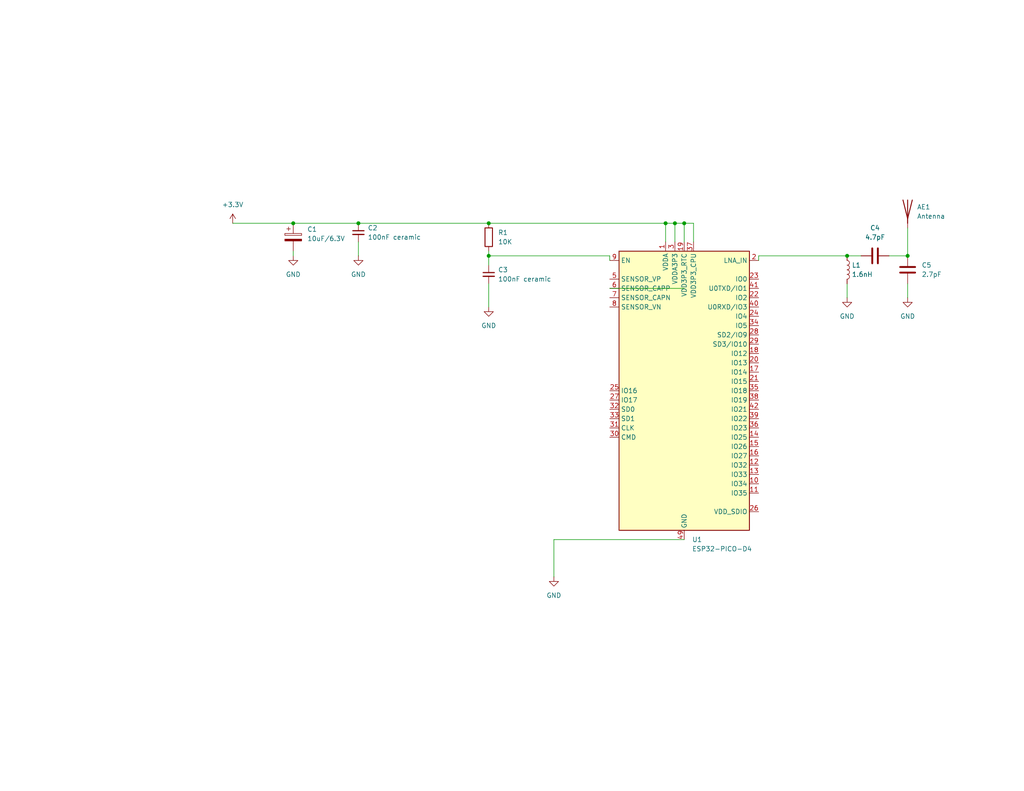
<source format=kicad_sch>
(kicad_sch
	(version 20250114)
	(generator "eeschema")
	(generator_version "9.0")
	(uuid "4c67bd0a-f292-4743-91f4-1873e9850ab9")
	(paper "A")
	(lib_symbols
		(symbol "Device:Antenna"
			(pin_numbers
				(hide yes)
			)
			(pin_names
				(offset 1.016)
				(hide yes)
			)
			(exclude_from_sim no)
			(in_bom yes)
			(on_board yes)
			(property "Reference" "AE"
				(at -1.905 1.905 0)
				(effects
					(font
						(size 1.27 1.27)
					)
					(justify right)
				)
			)
			(property "Value" "Antenna"
				(at -1.905 0 0)
				(effects
					(font
						(size 1.27 1.27)
					)
					(justify right)
				)
			)
			(property "Footprint" ""
				(at 0 0 0)
				(effects
					(font
						(size 1.27 1.27)
					)
					(hide yes)
				)
			)
			(property "Datasheet" "~"
				(at 0 0 0)
				(effects
					(font
						(size 1.27 1.27)
					)
					(hide yes)
				)
			)
			(property "Description" "Antenna"
				(at 0 0 0)
				(effects
					(font
						(size 1.27 1.27)
					)
					(hide yes)
				)
			)
			(property "ki_keywords" "antenna"
				(at 0 0 0)
				(effects
					(font
						(size 1.27 1.27)
					)
					(hide yes)
				)
			)
			(symbol "Antenna_0_1"
				(polyline
					(pts
						(xy 0 2.54) (xy 0 -3.81)
					)
					(stroke
						(width 0.254)
						(type default)
					)
					(fill
						(type none)
					)
				)
				(polyline
					(pts
						(xy 1.27 2.54) (xy 0 -2.54) (xy -1.27 2.54)
					)
					(stroke
						(width 0.254)
						(type default)
					)
					(fill
						(type none)
					)
				)
			)
			(symbol "Antenna_1_1"
				(pin input line
					(at 0 -5.08 90)
					(length 2.54)
					(name "A"
						(effects
							(font
								(size 1.27 1.27)
							)
						)
					)
					(number "1"
						(effects
							(font
								(size 1.27 1.27)
							)
						)
					)
				)
			)
			(embedded_fonts no)
		)
		(symbol "Device:C"
			(pin_numbers
				(hide yes)
			)
			(pin_names
				(offset 0.254)
			)
			(exclude_from_sim no)
			(in_bom yes)
			(on_board yes)
			(property "Reference" "C"
				(at 0.635 2.54 0)
				(effects
					(font
						(size 1.27 1.27)
					)
					(justify left)
				)
			)
			(property "Value" "C"
				(at 0.635 -2.54 0)
				(effects
					(font
						(size 1.27 1.27)
					)
					(justify left)
				)
			)
			(property "Footprint" ""
				(at 0.9652 -3.81 0)
				(effects
					(font
						(size 1.27 1.27)
					)
					(hide yes)
				)
			)
			(property "Datasheet" "~"
				(at 0 0 0)
				(effects
					(font
						(size 1.27 1.27)
					)
					(hide yes)
				)
			)
			(property "Description" "Unpolarized capacitor"
				(at 0 0 0)
				(effects
					(font
						(size 1.27 1.27)
					)
					(hide yes)
				)
			)
			(property "ki_keywords" "cap capacitor"
				(at 0 0 0)
				(effects
					(font
						(size 1.27 1.27)
					)
					(hide yes)
				)
			)
			(property "ki_fp_filters" "C_*"
				(at 0 0 0)
				(effects
					(font
						(size 1.27 1.27)
					)
					(hide yes)
				)
			)
			(symbol "C_0_1"
				(polyline
					(pts
						(xy -2.032 0.762) (xy 2.032 0.762)
					)
					(stroke
						(width 0.508)
						(type default)
					)
					(fill
						(type none)
					)
				)
				(polyline
					(pts
						(xy -2.032 -0.762) (xy 2.032 -0.762)
					)
					(stroke
						(width 0.508)
						(type default)
					)
					(fill
						(type none)
					)
				)
			)
			(symbol "C_1_1"
				(pin passive line
					(at 0 3.81 270)
					(length 2.794)
					(name "~"
						(effects
							(font
								(size 1.27 1.27)
							)
						)
					)
					(number "1"
						(effects
							(font
								(size 1.27 1.27)
							)
						)
					)
				)
				(pin passive line
					(at 0 -3.81 90)
					(length 2.794)
					(name "~"
						(effects
							(font
								(size 1.27 1.27)
							)
						)
					)
					(number "2"
						(effects
							(font
								(size 1.27 1.27)
							)
						)
					)
				)
			)
			(embedded_fonts no)
		)
		(symbol "Device:C_Polarized"
			(pin_numbers
				(hide yes)
			)
			(pin_names
				(offset 0.254)
			)
			(exclude_from_sim no)
			(in_bom yes)
			(on_board yes)
			(property "Reference" "C"
				(at 0.635 2.54 0)
				(effects
					(font
						(size 1.27 1.27)
					)
					(justify left)
				)
			)
			(property "Value" "C_Polarized"
				(at 0.635 -2.54 0)
				(effects
					(font
						(size 1.27 1.27)
					)
					(justify left)
				)
			)
			(property "Footprint" ""
				(at 0.9652 -3.81 0)
				(effects
					(font
						(size 1.27 1.27)
					)
					(hide yes)
				)
			)
			(property "Datasheet" "~"
				(at 0 0 0)
				(effects
					(font
						(size 1.27 1.27)
					)
					(hide yes)
				)
			)
			(property "Description" "Polarized capacitor"
				(at 0 0 0)
				(effects
					(font
						(size 1.27 1.27)
					)
					(hide yes)
				)
			)
			(property "ki_keywords" "cap capacitor"
				(at 0 0 0)
				(effects
					(font
						(size 1.27 1.27)
					)
					(hide yes)
				)
			)
			(property "ki_fp_filters" "CP_*"
				(at 0 0 0)
				(effects
					(font
						(size 1.27 1.27)
					)
					(hide yes)
				)
			)
			(symbol "C_Polarized_0_1"
				(rectangle
					(start -2.286 0.508)
					(end 2.286 1.016)
					(stroke
						(width 0)
						(type default)
					)
					(fill
						(type none)
					)
				)
				(polyline
					(pts
						(xy -1.778 2.286) (xy -0.762 2.286)
					)
					(stroke
						(width 0)
						(type default)
					)
					(fill
						(type none)
					)
				)
				(polyline
					(pts
						(xy -1.27 2.794) (xy -1.27 1.778)
					)
					(stroke
						(width 0)
						(type default)
					)
					(fill
						(type none)
					)
				)
				(rectangle
					(start 2.286 -0.508)
					(end -2.286 -1.016)
					(stroke
						(width 0)
						(type default)
					)
					(fill
						(type outline)
					)
				)
			)
			(symbol "C_Polarized_1_1"
				(pin passive line
					(at 0 3.81 270)
					(length 2.794)
					(name "~"
						(effects
							(font
								(size 1.27 1.27)
							)
						)
					)
					(number "1"
						(effects
							(font
								(size 1.27 1.27)
							)
						)
					)
				)
				(pin passive line
					(at 0 -3.81 90)
					(length 2.794)
					(name "~"
						(effects
							(font
								(size 1.27 1.27)
							)
						)
					)
					(number "2"
						(effects
							(font
								(size 1.27 1.27)
							)
						)
					)
				)
			)
			(embedded_fonts no)
		)
		(symbol "Device:C_Small"
			(pin_numbers
				(hide yes)
			)
			(pin_names
				(offset 0.254)
				(hide yes)
			)
			(exclude_from_sim no)
			(in_bom yes)
			(on_board yes)
			(property "Reference" "C"
				(at 0.254 1.778 0)
				(effects
					(font
						(size 1.27 1.27)
					)
					(justify left)
				)
			)
			(property "Value" "C_Small"
				(at 0.254 -2.032 0)
				(effects
					(font
						(size 1.27 1.27)
					)
					(justify left)
				)
			)
			(property "Footprint" ""
				(at 0 0 0)
				(effects
					(font
						(size 1.27 1.27)
					)
					(hide yes)
				)
			)
			(property "Datasheet" "~"
				(at 0 0 0)
				(effects
					(font
						(size 1.27 1.27)
					)
					(hide yes)
				)
			)
			(property "Description" "Unpolarized capacitor, small symbol"
				(at 0 0 0)
				(effects
					(font
						(size 1.27 1.27)
					)
					(hide yes)
				)
			)
			(property "ki_keywords" "capacitor cap"
				(at 0 0 0)
				(effects
					(font
						(size 1.27 1.27)
					)
					(hide yes)
				)
			)
			(property "ki_fp_filters" "C_*"
				(at 0 0 0)
				(effects
					(font
						(size 1.27 1.27)
					)
					(hide yes)
				)
			)
			(symbol "C_Small_0_1"
				(polyline
					(pts
						(xy -1.524 0.508) (xy 1.524 0.508)
					)
					(stroke
						(width 0.3048)
						(type default)
					)
					(fill
						(type none)
					)
				)
				(polyline
					(pts
						(xy -1.524 -0.508) (xy 1.524 -0.508)
					)
					(stroke
						(width 0.3302)
						(type default)
					)
					(fill
						(type none)
					)
				)
			)
			(symbol "C_Small_1_1"
				(pin passive line
					(at 0 2.54 270)
					(length 2.032)
					(name "~"
						(effects
							(font
								(size 1.27 1.27)
							)
						)
					)
					(number "1"
						(effects
							(font
								(size 1.27 1.27)
							)
						)
					)
				)
				(pin passive line
					(at 0 -2.54 90)
					(length 2.032)
					(name "~"
						(effects
							(font
								(size 1.27 1.27)
							)
						)
					)
					(number "2"
						(effects
							(font
								(size 1.27 1.27)
							)
						)
					)
				)
			)
			(embedded_fonts no)
		)
		(symbol "Device:L"
			(pin_numbers
				(hide yes)
			)
			(pin_names
				(offset 1.016)
				(hide yes)
			)
			(exclude_from_sim no)
			(in_bom yes)
			(on_board yes)
			(property "Reference" "L"
				(at -1.27 0 90)
				(effects
					(font
						(size 1.27 1.27)
					)
				)
			)
			(property "Value" "L"
				(at 1.905 0 90)
				(effects
					(font
						(size 1.27 1.27)
					)
				)
			)
			(property "Footprint" ""
				(at 0 0 0)
				(effects
					(font
						(size 1.27 1.27)
					)
					(hide yes)
				)
			)
			(property "Datasheet" "~"
				(at 0 0 0)
				(effects
					(font
						(size 1.27 1.27)
					)
					(hide yes)
				)
			)
			(property "Description" "Inductor"
				(at 0 0 0)
				(effects
					(font
						(size 1.27 1.27)
					)
					(hide yes)
				)
			)
			(property "ki_keywords" "inductor choke coil reactor magnetic"
				(at 0 0 0)
				(effects
					(font
						(size 1.27 1.27)
					)
					(hide yes)
				)
			)
			(property "ki_fp_filters" "Choke_* *Coil* Inductor_* L_*"
				(at 0 0 0)
				(effects
					(font
						(size 1.27 1.27)
					)
					(hide yes)
				)
			)
			(symbol "L_0_1"
				(arc
					(start 0 2.54)
					(mid 0.6323 1.905)
					(end 0 1.27)
					(stroke
						(width 0)
						(type default)
					)
					(fill
						(type none)
					)
				)
				(arc
					(start 0 1.27)
					(mid 0.6323 0.635)
					(end 0 0)
					(stroke
						(width 0)
						(type default)
					)
					(fill
						(type none)
					)
				)
				(arc
					(start 0 0)
					(mid 0.6323 -0.635)
					(end 0 -1.27)
					(stroke
						(width 0)
						(type default)
					)
					(fill
						(type none)
					)
				)
				(arc
					(start 0 -1.27)
					(mid 0.6323 -1.905)
					(end 0 -2.54)
					(stroke
						(width 0)
						(type default)
					)
					(fill
						(type none)
					)
				)
			)
			(symbol "L_1_1"
				(pin passive line
					(at 0 3.81 270)
					(length 1.27)
					(name "1"
						(effects
							(font
								(size 1.27 1.27)
							)
						)
					)
					(number "1"
						(effects
							(font
								(size 1.27 1.27)
							)
						)
					)
				)
				(pin passive line
					(at 0 -3.81 90)
					(length 1.27)
					(name "2"
						(effects
							(font
								(size 1.27 1.27)
							)
						)
					)
					(number "2"
						(effects
							(font
								(size 1.27 1.27)
							)
						)
					)
				)
			)
			(embedded_fonts no)
		)
		(symbol "Device:R"
			(pin_numbers
				(hide yes)
			)
			(pin_names
				(offset 0)
			)
			(exclude_from_sim no)
			(in_bom yes)
			(on_board yes)
			(property "Reference" "R"
				(at 2.032 0 90)
				(effects
					(font
						(size 1.27 1.27)
					)
				)
			)
			(property "Value" "R"
				(at 0 0 90)
				(effects
					(font
						(size 1.27 1.27)
					)
				)
			)
			(property "Footprint" ""
				(at -1.778 0 90)
				(effects
					(font
						(size 1.27 1.27)
					)
					(hide yes)
				)
			)
			(property "Datasheet" "~"
				(at 0 0 0)
				(effects
					(font
						(size 1.27 1.27)
					)
					(hide yes)
				)
			)
			(property "Description" "Resistor"
				(at 0 0 0)
				(effects
					(font
						(size 1.27 1.27)
					)
					(hide yes)
				)
			)
			(property "ki_keywords" "R res resistor"
				(at 0 0 0)
				(effects
					(font
						(size 1.27 1.27)
					)
					(hide yes)
				)
			)
			(property "ki_fp_filters" "R_*"
				(at 0 0 0)
				(effects
					(font
						(size 1.27 1.27)
					)
					(hide yes)
				)
			)
			(symbol "R_0_1"
				(rectangle
					(start -1.016 -2.54)
					(end 1.016 2.54)
					(stroke
						(width 0.254)
						(type default)
					)
					(fill
						(type none)
					)
				)
			)
			(symbol "R_1_1"
				(pin passive line
					(at 0 3.81 270)
					(length 1.27)
					(name "~"
						(effects
							(font
								(size 1.27 1.27)
							)
						)
					)
					(number "1"
						(effects
							(font
								(size 1.27 1.27)
							)
						)
					)
				)
				(pin passive line
					(at 0 -3.81 90)
					(length 1.27)
					(name "~"
						(effects
							(font
								(size 1.27 1.27)
							)
						)
					)
					(number "2"
						(effects
							(font
								(size 1.27 1.27)
							)
						)
					)
				)
			)
			(embedded_fonts no)
		)
		(symbol "MCU_Espressif:ESP32-PICO-D4"
			(exclude_from_sim no)
			(in_bom yes)
			(on_board yes)
			(property "Reference" "U"
				(at -17.78 39.37 0)
				(effects
					(font
						(size 1.27 1.27)
					)
					(justify left)
				)
			)
			(property "Value" "ESP32-PICO-D4"
				(at 3.81 39.37 0)
				(effects
					(font
						(size 1.27 1.27)
					)
					(justify left)
				)
			)
			(property "Footprint" "Package_DFN_QFN:QFN-48-1EP_7x7mm_P0.5mm_EP5.3x5.3mm"
				(at 31.75 -39.37 0)
				(effects
					(font
						(size 1.27 1.27)
					)
					(hide yes)
				)
			)
			(property "Datasheet" "https://www.espressif.com/sites/default/files/documentation/esp32-pico_series_datasheet_en.pdf"
				(at 0 0 0)
				(effects
					(font
						(size 1.27 1.27)
					)
					(hide yes)
				)
			)
			(property "Description" "RF Module, ESP32 SoC, 4MB In-Package flash, Wi-Fi 802.11b/g/n, Bluetooth, BLE, 32-bit, 3.0-3.6V, external antenna, QFN-48"
				(at 0 0 0)
				(effects
					(font
						(size 1.27 1.27)
					)
					(hide yes)
				)
			)
			(property "ki_keywords" "RF Radio BT ESP ESP32 Espressif external antenna"
				(at 0 0 0)
				(effects
					(font
						(size 1.27 1.27)
					)
					(hide yes)
				)
			)
			(property "ki_fp_filters" "QFN*1EP*7x7mm*P0.5mm*"
				(at 0 0 0)
				(effects
					(font
						(size 1.27 1.27)
					)
					(hide yes)
				)
			)
			(symbol "ESP32-PICO-D4_0_0"
				(pin input line
					(at -20.32 35.56 0)
					(length 2.54)
					(name "EN"
						(effects
							(font
								(size 1.27 1.27)
							)
						)
					)
					(number "9"
						(effects
							(font
								(size 1.27 1.27)
							)
						)
					)
				)
				(pin input line
					(at -20.32 30.48 0)
					(length 2.54)
					(name "SENSOR_VP"
						(effects
							(font
								(size 1.27 1.27)
							)
						)
					)
					(number "5"
						(effects
							(font
								(size 1.27 1.27)
							)
						)
					)
				)
				(pin input line
					(at -20.32 27.94 0)
					(length 2.54)
					(name "SENSOR_CAPP"
						(effects
							(font
								(size 1.27 1.27)
							)
						)
					)
					(number "6"
						(effects
							(font
								(size 1.27 1.27)
							)
						)
					)
				)
				(pin input line
					(at -20.32 25.4 0)
					(length 2.54)
					(name "SENSOR_CAPN"
						(effects
							(font
								(size 1.27 1.27)
							)
						)
					)
					(number "7"
						(effects
							(font
								(size 1.27 1.27)
							)
						)
					)
				)
				(pin input line
					(at -20.32 22.86 0)
					(length 2.54)
					(name "SENSOR_VN"
						(effects
							(font
								(size 1.27 1.27)
							)
						)
					)
					(number "8"
						(effects
							(font
								(size 1.27 1.27)
							)
						)
					)
				)
				(pin bidirectional line
					(at -20.32 0 0)
					(length 2.54)
					(name "IO16"
						(effects
							(font
								(size 1.27 1.27)
							)
						)
					)
					(number "25"
						(effects
							(font
								(size 1.27 1.27)
							)
						)
					)
				)
				(pin bidirectional line
					(at -20.32 -2.54 0)
					(length 2.54)
					(name "IO17"
						(effects
							(font
								(size 1.27 1.27)
							)
						)
					)
					(number "27"
						(effects
							(font
								(size 1.27 1.27)
							)
						)
					)
				)
				(pin bidirectional line
					(at -20.32 -5.08 0)
					(length 2.54)
					(name "SD0"
						(effects
							(font
								(size 1.27 1.27)
							)
						)
					)
					(number "32"
						(effects
							(font
								(size 1.27 1.27)
							)
						)
					)
				)
				(pin bidirectional line
					(at -20.32 -7.62 0)
					(length 2.54)
					(name "SD1"
						(effects
							(font
								(size 1.27 1.27)
							)
						)
					)
					(number "33"
						(effects
							(font
								(size 1.27 1.27)
							)
						)
					)
				)
				(pin bidirectional line
					(at -20.32 -10.16 0)
					(length 2.54)
					(name "CLK"
						(effects
							(font
								(size 1.27 1.27)
							)
						)
					)
					(number "31"
						(effects
							(font
								(size 1.27 1.27)
							)
						)
					)
				)
				(pin bidirectional line
					(at -20.32 -12.7 0)
					(length 2.54)
					(name "CMD"
						(effects
							(font
								(size 1.27 1.27)
							)
						)
					)
					(number "30"
						(effects
							(font
								(size 1.27 1.27)
							)
						)
					)
				)
				(pin no_connect line
					(at -17.78 -25.4 0)
					(length 2.54)
					(hide yes)
					(name "XTAL_N_NC"
						(effects
							(font
								(size 1.27 1.27)
							)
						)
					)
					(number "44"
						(effects
							(font
								(size 1.27 1.27)
							)
						)
					)
				)
				(pin no_connect line
					(at -17.78 -27.94 0)
					(length 2.54)
					(hide yes)
					(name "XTAL_P_NC"
						(effects
							(font
								(size 1.27 1.27)
							)
						)
					)
					(number "45"
						(effects
							(font
								(size 1.27 1.27)
							)
						)
					)
				)
				(pin no_connect line
					(at -17.78 -30.48 0)
					(length 2.54)
					(hide yes)
					(name "CAP2_NC"
						(effects
							(font
								(size 1.27 1.27)
							)
						)
					)
					(number "47"
						(effects
							(font
								(size 1.27 1.27)
							)
						)
					)
				)
				(pin no_connect line
					(at -17.78 -33.02 0)
					(length 2.54)
					(hide yes)
					(name "CAP1_NC"
						(effects
							(font
								(size 1.27 1.27)
							)
						)
					)
					(number "48"
						(effects
							(font
								(size 1.27 1.27)
							)
						)
					)
				)
				(pin power_in line
					(at -5.08 40.64 270)
					(length 2.54)
					(name "VDDA"
						(effects
							(font
								(size 1.27 1.27)
							)
						)
					)
					(number "1"
						(effects
							(font
								(size 1.27 1.27)
							)
						)
					)
				)
				(pin passive line
					(at -5.08 40.64 270)
					(length 2.54)
					(hide yes)
					(name "VDDA"
						(effects
							(font
								(size 1.27 1.27)
							)
						)
					)
					(number "43"
						(effects
							(font
								(size 1.27 1.27)
							)
						)
					)
				)
				(pin passive line
					(at -5.08 40.64 270)
					(length 2.54)
					(hide yes)
					(name "VDDA"
						(effects
							(font
								(size 1.27 1.27)
							)
						)
					)
					(number "46"
						(effects
							(font
								(size 1.27 1.27)
							)
						)
					)
				)
				(pin power_in line
					(at -2.54 40.64 270)
					(length 2.54)
					(name "VDDA3P3"
						(effects
							(font
								(size 1.27 1.27)
							)
						)
					)
					(number "3"
						(effects
							(font
								(size 1.27 1.27)
							)
						)
					)
				)
				(pin passive line
					(at -2.54 40.64 270)
					(length 2.54)
					(hide yes)
					(name "VDDA3P3"
						(effects
							(font
								(size 1.27 1.27)
							)
						)
					)
					(number "4"
						(effects
							(font
								(size 1.27 1.27)
							)
						)
					)
				)
				(pin power_in line
					(at 0 40.64 270)
					(length 2.54)
					(name "VDD3P3_RTC"
						(effects
							(font
								(size 1.27 1.27)
							)
						)
					)
					(number "19"
						(effects
							(font
								(size 1.27 1.27)
							)
						)
					)
				)
				(pin power_in line
					(at 0 -40.64 90)
					(length 2.54)
					(name "GND"
						(effects
							(font
								(size 1.27 1.27)
							)
						)
					)
					(number "49"
						(effects
							(font
								(size 1.27 1.27)
							)
						)
					)
				)
				(pin power_in line
					(at 2.54 40.64 270)
					(length 2.54)
					(name "VDD3P3_CPU"
						(effects
							(font
								(size 1.27 1.27)
							)
						)
					)
					(number "37"
						(effects
							(font
								(size 1.27 1.27)
							)
						)
					)
				)
				(pin bidirectional line
					(at 20.32 35.56 180)
					(length 2.54)
					(name "LNA_IN"
						(effects
							(font
								(size 1.27 1.27)
							)
						)
					)
					(number "2"
						(effects
							(font
								(size 1.27 1.27)
							)
						)
					)
				)
				(pin bidirectional line
					(at 20.32 30.48 180)
					(length 2.54)
					(name "IO0"
						(effects
							(font
								(size 1.27 1.27)
							)
						)
					)
					(number "23"
						(effects
							(font
								(size 1.27 1.27)
							)
						)
					)
				)
				(pin bidirectional line
					(at 20.32 27.94 180)
					(length 2.54)
					(name "U0TXD/IO1"
						(effects
							(font
								(size 1.27 1.27)
							)
						)
					)
					(number "41"
						(effects
							(font
								(size 1.27 1.27)
							)
						)
					)
				)
				(pin bidirectional line
					(at 20.32 25.4 180)
					(length 2.54)
					(name "IO2"
						(effects
							(font
								(size 1.27 1.27)
							)
						)
					)
					(number "22"
						(effects
							(font
								(size 1.27 1.27)
							)
						)
					)
				)
				(pin bidirectional line
					(at 20.32 22.86 180)
					(length 2.54)
					(name "U0RXD/IO3"
						(effects
							(font
								(size 1.27 1.27)
							)
						)
					)
					(number "40"
						(effects
							(font
								(size 1.27 1.27)
							)
						)
					)
				)
				(pin bidirectional line
					(at 20.32 20.32 180)
					(length 2.54)
					(name "IO4"
						(effects
							(font
								(size 1.27 1.27)
							)
						)
					)
					(number "24"
						(effects
							(font
								(size 1.27 1.27)
							)
						)
					)
				)
				(pin bidirectional line
					(at 20.32 17.78 180)
					(length 2.54)
					(name "IO5"
						(effects
							(font
								(size 1.27 1.27)
							)
						)
					)
					(number "34"
						(effects
							(font
								(size 1.27 1.27)
							)
						)
					)
				)
				(pin bidirectional line
					(at 20.32 15.24 180)
					(length 2.54)
					(name "SD2/IO9"
						(effects
							(font
								(size 1.27 1.27)
							)
						)
					)
					(number "28"
						(effects
							(font
								(size 1.27 1.27)
							)
						)
					)
				)
				(pin bidirectional line
					(at 20.32 12.7 180)
					(length 2.54)
					(name "SD3/IO10"
						(effects
							(font
								(size 1.27 1.27)
							)
						)
					)
					(number "29"
						(effects
							(font
								(size 1.27 1.27)
							)
						)
					)
				)
				(pin bidirectional line
					(at 20.32 10.16 180)
					(length 2.54)
					(name "IO12"
						(effects
							(font
								(size 1.27 1.27)
							)
						)
					)
					(number "18"
						(effects
							(font
								(size 1.27 1.27)
							)
						)
					)
				)
				(pin bidirectional line
					(at 20.32 7.62 180)
					(length 2.54)
					(name "IO13"
						(effects
							(font
								(size 1.27 1.27)
							)
						)
					)
					(number "20"
						(effects
							(font
								(size 1.27 1.27)
							)
						)
					)
				)
				(pin bidirectional line
					(at 20.32 5.08 180)
					(length 2.54)
					(name "IO14"
						(effects
							(font
								(size 1.27 1.27)
							)
						)
					)
					(number "17"
						(effects
							(font
								(size 1.27 1.27)
							)
						)
					)
				)
				(pin bidirectional line
					(at 20.32 2.54 180)
					(length 2.54)
					(name "IO15"
						(effects
							(font
								(size 1.27 1.27)
							)
						)
					)
					(number "21"
						(effects
							(font
								(size 1.27 1.27)
							)
						)
					)
				)
				(pin bidirectional line
					(at 20.32 0 180)
					(length 2.54)
					(name "IO18"
						(effects
							(font
								(size 1.27 1.27)
							)
						)
					)
					(number "35"
						(effects
							(font
								(size 1.27 1.27)
							)
						)
					)
				)
				(pin bidirectional line
					(at 20.32 -2.54 180)
					(length 2.54)
					(name "IO19"
						(effects
							(font
								(size 1.27 1.27)
							)
						)
					)
					(number "38"
						(effects
							(font
								(size 1.27 1.27)
							)
						)
					)
				)
				(pin bidirectional line
					(at 20.32 -5.08 180)
					(length 2.54)
					(name "IO21"
						(effects
							(font
								(size 1.27 1.27)
							)
						)
					)
					(number "42"
						(effects
							(font
								(size 1.27 1.27)
							)
						)
					)
				)
				(pin bidirectional line
					(at 20.32 -7.62 180)
					(length 2.54)
					(name "IO22"
						(effects
							(font
								(size 1.27 1.27)
							)
						)
					)
					(number "39"
						(effects
							(font
								(size 1.27 1.27)
							)
						)
					)
				)
				(pin bidirectional line
					(at 20.32 -10.16 180)
					(length 2.54)
					(name "IO23"
						(effects
							(font
								(size 1.27 1.27)
							)
						)
					)
					(number "36"
						(effects
							(font
								(size 1.27 1.27)
							)
						)
					)
				)
				(pin bidirectional line
					(at 20.32 -12.7 180)
					(length 2.54)
					(name "IO25"
						(effects
							(font
								(size 1.27 1.27)
							)
						)
					)
					(number "14"
						(effects
							(font
								(size 1.27 1.27)
							)
						)
					)
				)
				(pin bidirectional line
					(at 20.32 -15.24 180)
					(length 2.54)
					(name "IO26"
						(effects
							(font
								(size 1.27 1.27)
							)
						)
					)
					(number "15"
						(effects
							(font
								(size 1.27 1.27)
							)
						)
					)
				)
				(pin bidirectional line
					(at 20.32 -17.78 180)
					(length 2.54)
					(name "IO27"
						(effects
							(font
								(size 1.27 1.27)
							)
						)
					)
					(number "16"
						(effects
							(font
								(size 1.27 1.27)
							)
						)
					)
				)
				(pin bidirectional line
					(at 20.32 -20.32 180)
					(length 2.54)
					(name "IO32"
						(effects
							(font
								(size 1.27 1.27)
							)
						)
					)
					(number "12"
						(effects
							(font
								(size 1.27 1.27)
							)
						)
					)
				)
				(pin bidirectional line
					(at 20.32 -22.86 180)
					(length 2.54)
					(name "IO33"
						(effects
							(font
								(size 1.27 1.27)
							)
						)
					)
					(number "13"
						(effects
							(font
								(size 1.27 1.27)
							)
						)
					)
				)
				(pin input line
					(at 20.32 -25.4 180)
					(length 2.54)
					(name "IO34"
						(effects
							(font
								(size 1.27 1.27)
							)
						)
					)
					(number "10"
						(effects
							(font
								(size 1.27 1.27)
							)
						)
					)
				)
				(pin input line
					(at 20.32 -27.94 180)
					(length 2.54)
					(name "IO35"
						(effects
							(font
								(size 1.27 1.27)
							)
						)
					)
					(number "11"
						(effects
							(font
								(size 1.27 1.27)
							)
						)
					)
				)
				(pin power_out line
					(at 20.32 -33.02 180)
					(length 2.54)
					(name "VDD_SDIO"
						(effects
							(font
								(size 1.27 1.27)
							)
						)
					)
					(number "26"
						(effects
							(font
								(size 1.27 1.27)
							)
						)
					)
				)
			)
			(symbol "ESP32-PICO-D4_0_1"
				(rectangle
					(start -17.78 38.1)
					(end 17.78 -38.1)
					(stroke
						(width 0.254)
						(type default)
					)
					(fill
						(type background)
					)
				)
			)
			(embedded_fonts no)
		)
		(symbol "power:+3.3V"
			(power)
			(pin_numbers
				(hide yes)
			)
			(pin_names
				(offset 0)
				(hide yes)
			)
			(exclude_from_sim no)
			(in_bom yes)
			(on_board yes)
			(property "Reference" "#PWR"
				(at 0 -3.81 0)
				(effects
					(font
						(size 1.27 1.27)
					)
					(hide yes)
				)
			)
			(property "Value" "+3.3V"
				(at 0 3.556 0)
				(effects
					(font
						(size 1.27 1.27)
					)
				)
			)
			(property "Footprint" ""
				(at 0 0 0)
				(effects
					(font
						(size 1.27 1.27)
					)
					(hide yes)
				)
			)
			(property "Datasheet" ""
				(at 0 0 0)
				(effects
					(font
						(size 1.27 1.27)
					)
					(hide yes)
				)
			)
			(property "Description" "Power symbol creates a global label with name \"+3.3V\""
				(at 0 0 0)
				(effects
					(font
						(size 1.27 1.27)
					)
					(hide yes)
				)
			)
			(property "ki_keywords" "global power"
				(at 0 0 0)
				(effects
					(font
						(size 1.27 1.27)
					)
					(hide yes)
				)
			)
			(symbol "+3.3V_0_1"
				(polyline
					(pts
						(xy -0.762 1.27) (xy 0 2.54)
					)
					(stroke
						(width 0)
						(type default)
					)
					(fill
						(type none)
					)
				)
				(polyline
					(pts
						(xy 0 2.54) (xy 0.762 1.27)
					)
					(stroke
						(width 0)
						(type default)
					)
					(fill
						(type none)
					)
				)
				(polyline
					(pts
						(xy 0 0) (xy 0 2.54)
					)
					(stroke
						(width 0)
						(type default)
					)
					(fill
						(type none)
					)
				)
			)
			(symbol "+3.3V_1_1"
				(pin power_in line
					(at 0 0 90)
					(length 0)
					(name "~"
						(effects
							(font
								(size 1.27 1.27)
							)
						)
					)
					(number "1"
						(effects
							(font
								(size 1.27 1.27)
							)
						)
					)
				)
			)
			(embedded_fonts no)
		)
		(symbol "power:GND"
			(power)
			(pin_numbers
				(hide yes)
			)
			(pin_names
				(offset 0)
				(hide yes)
			)
			(exclude_from_sim no)
			(in_bom yes)
			(on_board yes)
			(property "Reference" "#PWR"
				(at 0 -6.35 0)
				(effects
					(font
						(size 1.27 1.27)
					)
					(hide yes)
				)
			)
			(property "Value" "GND"
				(at 0 -3.81 0)
				(effects
					(font
						(size 1.27 1.27)
					)
				)
			)
			(property "Footprint" ""
				(at 0 0 0)
				(effects
					(font
						(size 1.27 1.27)
					)
					(hide yes)
				)
			)
			(property "Datasheet" ""
				(at 0 0 0)
				(effects
					(font
						(size 1.27 1.27)
					)
					(hide yes)
				)
			)
			(property "Description" "Power symbol creates a global label with name \"GND\" , ground"
				(at 0 0 0)
				(effects
					(font
						(size 1.27 1.27)
					)
					(hide yes)
				)
			)
			(property "ki_keywords" "global power"
				(at 0 0 0)
				(effects
					(font
						(size 1.27 1.27)
					)
					(hide yes)
				)
			)
			(symbol "GND_0_1"
				(polyline
					(pts
						(xy 0 0) (xy 0 -1.27) (xy 1.27 -1.27) (xy 0 -2.54) (xy -1.27 -1.27) (xy 0 -1.27)
					)
					(stroke
						(width 0)
						(type default)
					)
					(fill
						(type none)
					)
				)
			)
			(symbol "GND_1_1"
				(pin power_in line
					(at 0 0 270)
					(length 0)
					(name "~"
						(effects
							(font
								(size 1.27 1.27)
							)
						)
					)
					(number "1"
						(effects
							(font
								(size 1.27 1.27)
							)
						)
					)
				)
			)
			(embedded_fonts no)
		)
	)
	(junction
		(at 97.79 60.96)
		(diameter 0)
		(color 0 0 0 0)
		(uuid "0fb9e63d-83bd-4557-a189-e28be872a6bd")
	)
	(junction
		(at 133.35 69.85)
		(diameter 0)
		(color 0 0 0 0)
		(uuid "1cab45bd-e8a2-4abe-8ccf-c7e6fcebf248")
	)
	(junction
		(at 133.35 60.96)
		(diameter 0)
		(color 0 0 0 0)
		(uuid "28d371e0-7a0e-4576-9d15-9c4132c3aa41")
	)
	(junction
		(at 186.69 60.96)
		(diameter 0)
		(color 0 0 0 0)
		(uuid "41b9ee74-9443-4549-aabc-7eb060eec545")
	)
	(junction
		(at 184.15 60.96)
		(diameter 0)
		(color 0 0 0 0)
		(uuid "491d87f3-e1d5-4d5a-918c-8e249dcb24e6")
	)
	(junction
		(at 247.65 69.85)
		(diameter 0)
		(color 0 0 0 0)
		(uuid "638efe1c-5716-4174-a338-94e51e1ae725")
	)
	(junction
		(at 231.14 69.85)
		(diameter 0)
		(color 0 0 0 0)
		(uuid "66b20b07-bcd6-4fe6-9151-414512d47b0a")
	)
	(junction
		(at 181.61 60.96)
		(diameter 0)
		(color 0 0 0 0)
		(uuid "85459396-3d66-4765-b166-fdd461547618")
	)
	(junction
		(at 80.01 60.96)
		(diameter 0)
		(color 0 0 0 0)
		(uuid "868ce239-c2b6-4e1e-ab32-fec14620c841")
	)
	(wire
		(pts
			(xy 184.15 60.96) (xy 186.69 60.96)
		)
		(stroke
			(width 0)
			(type default)
		)
		(uuid "05cf2eb0-ac7b-40f9-af4f-705a78b62fb7")
	)
	(wire
		(pts
			(xy 133.35 69.85) (xy 166.37 69.85)
		)
		(stroke
			(width 0)
			(type default)
		)
		(uuid "0e97b5fa-89e3-4918-9f9f-58209b8d208b")
	)
	(wire
		(pts
			(xy 247.65 77.47) (xy 247.65 81.28)
		)
		(stroke
			(width 0)
			(type default)
		)
		(uuid "1ba50041-2d40-406b-a015-caa00e102d11")
	)
	(wire
		(pts
			(xy 231.14 81.28) (xy 231.14 77.47)
		)
		(stroke
			(width 0)
			(type default)
		)
		(uuid "42eaa003-6f39-4623-9e01-a194554024cc")
	)
	(wire
		(pts
			(xy 186.69 60.96) (xy 189.23 60.96)
		)
		(stroke
			(width 0)
			(type default)
		)
		(uuid "47918c7a-37d6-4eba-94dc-7049b7b57689")
	)
	(wire
		(pts
			(xy 231.14 69.85) (xy 234.95 69.85)
		)
		(stroke
			(width 0)
			(type default)
		)
		(uuid "4b5de270-752c-4f18-95f1-5875af398ef5")
	)
	(wire
		(pts
			(xy 181.61 60.96) (xy 181.61 66.04)
		)
		(stroke
			(width 0)
			(type default)
		)
		(uuid "4ea32315-1ab8-4a59-acbc-115f8fb81920")
	)
	(wire
		(pts
			(xy 133.35 69.85) (xy 133.35 72.39)
		)
		(stroke
			(width 0)
			(type default)
		)
		(uuid "5ebb05ea-365a-4885-a0ab-4af4feb665cf")
	)
	(wire
		(pts
			(xy 97.79 60.96) (xy 133.35 60.96)
		)
		(stroke
			(width 0)
			(type default)
		)
		(uuid "5edd7883-e4d2-4699-8928-4e50818ac025")
	)
	(wire
		(pts
			(xy 133.35 68.58) (xy 133.35 69.85)
		)
		(stroke
			(width 0)
			(type default)
		)
		(uuid "62ebb8c5-5dfd-4c8b-8637-d2ac56bfd02c")
	)
	(wire
		(pts
			(xy 151.13 147.32) (xy 186.69 147.32)
		)
		(stroke
			(width 0)
			(type default)
		)
		(uuid "6537bd6e-76e1-46ab-99a7-66e26a887073")
	)
	(wire
		(pts
			(xy 207.01 69.85) (xy 231.14 69.85)
		)
		(stroke
			(width 0)
			(type default)
		)
		(uuid "6f2a7e8e-cc68-47db-8fd6-79fea282bbb3")
	)
	(wire
		(pts
			(xy 247.65 62.23) (xy 247.65 69.85)
		)
		(stroke
			(width 0)
			(type default)
		)
		(uuid "7aedceea-92b5-402f-9f64-71016edcbaf8")
	)
	(wire
		(pts
			(xy 97.79 66.04) (xy 97.79 69.85)
		)
		(stroke
			(width 0)
			(type default)
		)
		(uuid "7effe01d-f14d-4304-a9a6-8d19a38d0b5c")
	)
	(wire
		(pts
			(xy 80.01 68.58) (xy 80.01 69.85)
		)
		(stroke
			(width 0)
			(type default)
		)
		(uuid "8b9371b0-901f-4923-b2bf-2d875a79d00c")
	)
	(wire
		(pts
			(xy 181.61 60.96) (xy 184.15 60.96)
		)
		(stroke
			(width 0)
			(type default)
		)
		(uuid "8f9673e8-a4c8-495d-b591-9d19ea32e5f9")
	)
	(wire
		(pts
			(xy 186.69 60.96) (xy 186.69 66.04)
		)
		(stroke
			(width 0)
			(type default)
		)
		(uuid "ad08b9b0-9ad6-45c6-9951-88376e74b1d3")
	)
	(wire
		(pts
			(xy 63.5 60.96) (xy 80.01 60.96)
		)
		(stroke
			(width 0)
			(type default)
		)
		(uuid "b1b7d592-67fc-44e0-9f2f-8850f397d67f")
	)
	(wire
		(pts
			(xy 207.01 71.12) (xy 207.01 69.85)
		)
		(stroke
			(width 0)
			(type default)
		)
		(uuid "bc152199-8ef6-4db1-ba83-9f25ad49a3c7")
	)
	(wire
		(pts
			(xy 189.23 60.96) (xy 189.23 66.04)
		)
		(stroke
			(width 0)
			(type default)
		)
		(uuid "bc6cf490-c630-4eed-81bc-92f7ce095543")
	)
	(wire
		(pts
			(xy 80.01 60.96) (xy 97.79 60.96)
		)
		(stroke
			(width 0)
			(type default)
		)
		(uuid "bc72cab6-7db4-49b1-983f-aa6bcbe00aac")
	)
	(wire
		(pts
			(xy 184.15 60.96) (xy 184.15 66.04)
		)
		(stroke
			(width 0)
			(type default)
		)
		(uuid "bdcc08bd-98fa-48c5-a7de-c619fb8298b8")
	)
	(wire
		(pts
			(xy 166.37 69.85) (xy 166.37 71.12)
		)
		(stroke
			(width 0)
			(type default)
		)
		(uuid "cbe0966c-3a9b-4dbe-ae38-3c523a526549")
	)
	(wire
		(pts
			(xy 151.13 157.48) (xy 151.13 147.32)
		)
		(stroke
			(width 0)
			(type default)
		)
		(uuid "d8f69305-fd80-40ae-8ca3-7355dce5ae31")
	)
	(wire
		(pts
			(xy 133.35 60.96) (xy 181.61 60.96)
		)
		(stroke
			(width 0)
			(type default)
		)
		(uuid "e1f12a46-f0db-4d97-abca-27ceb16a3ec2")
	)
	(wire
		(pts
			(xy 133.35 77.47) (xy 133.35 83.82)
		)
		(stroke
			(width 0)
			(type default)
		)
		(uuid "f962cef8-0711-4740-af7a-5ff8dd193f28")
	)
	(wire
		(pts
			(xy 242.57 69.85) (xy 247.65 69.85)
		)
		(stroke
			(width 0)
			(type default)
		)
		(uuid "fca4cfc4-10dd-49dd-bc27-25c7c33c7943")
	)
	(wire
		(pts
			(xy 166.37 78.74) (xy 186.69 78.74)
		)
		(stroke
			(width 0)
			(type default)
		)
		(uuid "fce64f00-b110-411a-a58f-e93723bba55e")
	)
	(symbol
		(lib_id "power:GND")
		(at 97.79 69.85 0)
		(unit 1)
		(exclude_from_sim no)
		(in_bom yes)
		(on_board yes)
		(dnp no)
		(fields_autoplaced yes)
		(uuid "08d0b3a5-df85-441d-94d0-17e3d3c87fde")
		(property "Reference" "#PWR04"
			(at 97.79 76.2 0)
			(effects
				(font
					(size 1.27 1.27)
				)
				(hide yes)
			)
		)
		(property "Value" "GND"
			(at 97.79 74.93 0)
			(effects
				(font
					(size 1.27 1.27)
				)
			)
		)
		(property "Footprint" ""
			(at 97.79 69.85 0)
			(effects
				(font
					(size 1.27 1.27)
				)
				(hide yes)
			)
		)
		(property "Datasheet" ""
			(at 97.79 69.85 0)
			(effects
				(font
					(size 1.27 1.27)
				)
				(hide yes)
			)
		)
		(property "Description" "Power symbol creates a global label with name \"GND\" , ground"
			(at 97.79 69.85 0)
			(effects
				(font
					(size 1.27 1.27)
				)
				(hide yes)
			)
		)
		(pin "1"
			(uuid "e753f61e-23f9-47da-b46f-0d41dc1a975a")
		)
		(instances
			(project "modularhddvumeter"
				(path "/4c67bd0a-f292-4743-91f4-1873e9850ab9"
					(reference "#PWR04")
					(unit 1)
				)
			)
		)
	)
	(symbol
		(lib_id "power:+3.3V")
		(at 63.5 60.96 0)
		(unit 1)
		(exclude_from_sim no)
		(in_bom yes)
		(on_board yes)
		(dnp no)
		(fields_autoplaced yes)
		(uuid "109ab2f3-ddfa-4b3b-bdee-4cf1209a0358")
		(property "Reference" "#PWR01"
			(at 63.5 64.77 0)
			(effects
				(font
					(size 1.27 1.27)
				)
				(hide yes)
			)
		)
		(property "Value" "+3.3V"
			(at 63.5 55.88 0)
			(effects
				(font
					(size 1.27 1.27)
				)
			)
		)
		(property "Footprint" ""
			(at 63.5 60.96 0)
			(effects
				(font
					(size 1.27 1.27)
				)
				(hide yes)
			)
		)
		(property "Datasheet" ""
			(at 63.5 60.96 0)
			(effects
				(font
					(size 1.27 1.27)
				)
				(hide yes)
			)
		)
		(property "Description" "Power symbol creates a global label with name \"+3.3V\""
			(at 63.5 60.96 0)
			(effects
				(font
					(size 1.27 1.27)
				)
				(hide yes)
			)
		)
		(pin "1"
			(uuid "b40809f2-d33b-4c1d-9285-a6664b88f5c4")
		)
		(instances
			(project ""
				(path "/4c67bd0a-f292-4743-91f4-1873e9850ab9"
					(reference "#PWR01")
					(unit 1)
				)
			)
		)
	)
	(symbol
		(lib_id "power:GND")
		(at 247.65 81.28 0)
		(unit 1)
		(exclude_from_sim no)
		(in_bom yes)
		(on_board yes)
		(dnp no)
		(fields_autoplaced yes)
		(uuid "17ed9dfe-c986-4ce4-a404-c3fdd1771a54")
		(property "Reference" "#PWR07"
			(at 247.65 87.63 0)
			(effects
				(font
					(size 1.27 1.27)
				)
				(hide yes)
			)
		)
		(property "Value" "GND"
			(at 247.65 86.36 0)
			(effects
				(font
					(size 1.27 1.27)
				)
			)
		)
		(property "Footprint" ""
			(at 247.65 81.28 0)
			(effects
				(font
					(size 1.27 1.27)
				)
				(hide yes)
			)
		)
		(property "Datasheet" ""
			(at 247.65 81.28 0)
			(effects
				(font
					(size 1.27 1.27)
				)
				(hide yes)
			)
		)
		(property "Description" "Power symbol creates a global label with name \"GND\" , ground"
			(at 247.65 81.28 0)
			(effects
				(font
					(size 1.27 1.27)
				)
				(hide yes)
			)
		)
		(pin "1"
			(uuid "73bc1706-b96d-445d-97fb-462500dfcd3b")
		)
		(instances
			(project "modularhddvumeter"
				(path "/4c67bd0a-f292-4743-91f4-1873e9850ab9"
					(reference "#PWR07")
					(unit 1)
				)
			)
		)
	)
	(symbol
		(lib_id "Device:C")
		(at 247.65 73.66 0)
		(unit 1)
		(exclude_from_sim no)
		(in_bom yes)
		(on_board yes)
		(dnp no)
		(fields_autoplaced yes)
		(uuid "243e02de-80f3-48cf-88b0-cde1692de15d")
		(property "Reference" "C5"
			(at 251.46 72.3899 0)
			(effects
				(font
					(size 1.27 1.27)
				)
				(justify left)
			)
		)
		(property "Value" "2.7pF"
			(at 251.46 74.9299 0)
			(effects
				(font
					(size 1.27 1.27)
				)
				(justify left)
			)
		)
		(property "Footprint" ""
			(at 248.6152 77.47 0)
			(effects
				(font
					(size 1.27 1.27)
				)
				(hide yes)
			)
		)
		(property "Datasheet" "~"
			(at 247.65 73.66 0)
			(effects
				(font
					(size 1.27 1.27)
				)
				(hide yes)
			)
		)
		(property "Description" "Unpolarized capacitor"
			(at 247.65 73.66 0)
			(effects
				(font
					(size 1.27 1.27)
				)
				(hide yes)
			)
		)
		(pin "1"
			(uuid "995a5e3d-56f1-4860-9cbe-9e1da642d690")
		)
		(pin "2"
			(uuid "b026b17e-6e85-470f-947f-76747f9c804f")
		)
		(instances
			(project "modularhddvumeter"
				(path "/4c67bd0a-f292-4743-91f4-1873e9850ab9"
					(reference "C5")
					(unit 1)
				)
			)
		)
	)
	(symbol
		(lib_id "power:GND")
		(at 151.13 157.48 0)
		(unit 1)
		(exclude_from_sim no)
		(in_bom yes)
		(on_board yes)
		(dnp no)
		(fields_autoplaced yes)
		(uuid "3691c078-b8a9-4153-b1e5-4033ab7bd46b")
		(property "Reference" "#PWR02"
			(at 151.13 163.83 0)
			(effects
				(font
					(size 1.27 1.27)
				)
				(hide yes)
			)
		)
		(property "Value" "GND"
			(at 151.13 162.56 0)
			(effects
				(font
					(size 1.27 1.27)
				)
			)
		)
		(property "Footprint" ""
			(at 151.13 157.48 0)
			(effects
				(font
					(size 1.27 1.27)
				)
				(hide yes)
			)
		)
		(property "Datasheet" ""
			(at 151.13 157.48 0)
			(effects
				(font
					(size 1.27 1.27)
				)
				(hide yes)
			)
		)
		(property "Description" "Power symbol creates a global label with name \"GND\" , ground"
			(at 151.13 157.48 0)
			(effects
				(font
					(size 1.27 1.27)
				)
				(hide yes)
			)
		)
		(pin "1"
			(uuid "4d3107dc-0d01-4b39-9af9-c11cb538f6ad")
		)
		(instances
			(project ""
				(path "/4c67bd0a-f292-4743-91f4-1873e9850ab9"
					(reference "#PWR02")
					(unit 1)
				)
			)
		)
	)
	(symbol
		(lib_id "Device:L")
		(at 231.14 73.66 0)
		(unit 1)
		(exclude_from_sim no)
		(in_bom yes)
		(on_board yes)
		(dnp no)
		(fields_autoplaced yes)
		(uuid "3dea789e-89fc-47b1-80c3-839296afb9ba")
		(property "Reference" "L1"
			(at 232.41 72.3899 0)
			(effects
				(font
					(size 1.27 1.27)
				)
				(justify left)
			)
		)
		(property "Value" "1.6nH"
			(at 232.41 74.9299 0)
			(effects
				(font
					(size 1.27 1.27)
				)
				(justify left)
			)
		)
		(property "Footprint" ""
			(at 231.14 73.66 0)
			(effects
				(font
					(size 1.27 1.27)
				)
				(hide yes)
			)
		)
		(property "Datasheet" "~"
			(at 231.14 73.66 0)
			(effects
				(font
					(size 1.27 1.27)
				)
				(hide yes)
			)
		)
		(property "Description" "Inductor"
			(at 231.14 73.66 0)
			(effects
				(font
					(size 1.27 1.27)
				)
				(hide yes)
			)
		)
		(pin "2"
			(uuid "e4d22abb-3b69-431b-ab1a-83c3bacfbedb")
		)
		(pin "1"
			(uuid "68b7b71e-4b71-477b-9edd-7addd039c7de")
		)
		(instances
			(project ""
				(path "/4c67bd0a-f292-4743-91f4-1873e9850ab9"
					(reference "L1")
					(unit 1)
				)
			)
		)
	)
	(symbol
		(lib_id "Device:C_Small")
		(at 133.35 74.93 0)
		(unit 1)
		(exclude_from_sim no)
		(in_bom yes)
		(on_board yes)
		(dnp no)
		(fields_autoplaced yes)
		(uuid "58c1cf7c-1247-4589-8d03-147829d54f83")
		(property "Reference" "C3"
			(at 135.89 73.6662 0)
			(effects
				(font
					(size 1.27 1.27)
				)
				(justify left)
			)
		)
		(property "Value" "100nF ceramic"
			(at 135.89 76.2062 0)
			(effects
				(font
					(size 1.27 1.27)
				)
				(justify left)
			)
		)
		(property "Footprint" ""
			(at 133.35 74.93 0)
			(effects
				(font
					(size 1.27 1.27)
				)
				(hide yes)
			)
		)
		(property "Datasheet" "~"
			(at 133.35 74.93 0)
			(effects
				(font
					(size 1.27 1.27)
				)
				(hide yes)
			)
		)
		(property "Description" "Unpolarized capacitor, small symbol"
			(at 133.35 74.93 0)
			(effects
				(font
					(size 1.27 1.27)
				)
				(hide yes)
			)
		)
		(pin "1"
			(uuid "3a41d279-e7f3-4eb2-973a-ee99d5c51596")
		)
		(pin "2"
			(uuid "3ac3b351-233e-49ae-a5dd-2e43e9724a00")
		)
		(instances
			(project "modularhddvumeter"
				(path "/4c67bd0a-f292-4743-91f4-1873e9850ab9"
					(reference "C3")
					(unit 1)
				)
			)
		)
	)
	(symbol
		(lib_id "Device:R")
		(at 133.35 64.77 0)
		(unit 1)
		(exclude_from_sim no)
		(in_bom yes)
		(on_board yes)
		(dnp no)
		(fields_autoplaced yes)
		(uuid "621f932a-858e-49b1-9625-e26a5ed72bdb")
		(property "Reference" "R1"
			(at 135.89 63.4999 0)
			(effects
				(font
					(size 1.27 1.27)
				)
				(justify left)
			)
		)
		(property "Value" "10K"
			(at 135.89 66.0399 0)
			(effects
				(font
					(size 1.27 1.27)
				)
				(justify left)
			)
		)
		(property "Footprint" ""
			(at 131.572 64.77 90)
			(effects
				(font
					(size 1.27 1.27)
				)
				(hide yes)
			)
		)
		(property "Datasheet" "~"
			(at 133.35 64.77 0)
			(effects
				(font
					(size 1.27 1.27)
				)
				(hide yes)
			)
		)
		(property "Description" "Resistor"
			(at 133.35 64.77 0)
			(effects
				(font
					(size 1.27 1.27)
				)
				(hide yes)
			)
		)
		(pin "2"
			(uuid "b00f6924-24c7-4f0e-a357-6881acac6ae8")
		)
		(pin "1"
			(uuid "82e944d9-6d7d-4f33-b78b-a5f6ed981eb2")
		)
		(instances
			(project ""
				(path "/4c67bd0a-f292-4743-91f4-1873e9850ab9"
					(reference "R1")
					(unit 1)
				)
			)
		)
	)
	(symbol
		(lib_id "Device:C_Polarized")
		(at 80.01 64.77 0)
		(unit 1)
		(exclude_from_sim no)
		(in_bom yes)
		(on_board yes)
		(dnp no)
		(fields_autoplaced yes)
		(uuid "830b1f3b-7644-45b8-abbd-421f07143ce8")
		(property "Reference" "C1"
			(at 83.82 62.6109 0)
			(effects
				(font
					(size 1.27 1.27)
				)
				(justify left)
			)
		)
		(property "Value" "10uF/6.3V"
			(at 83.82 65.1509 0)
			(effects
				(font
					(size 1.27 1.27)
				)
				(justify left)
			)
		)
		(property "Footprint" ""
			(at 80.9752 68.58 0)
			(effects
				(font
					(size 1.27 1.27)
				)
				(hide yes)
			)
		)
		(property "Datasheet" "~"
			(at 80.01 64.77 0)
			(effects
				(font
					(size 1.27 1.27)
				)
				(hide yes)
			)
		)
		(property "Description" "Polarized capacitor"
			(at 80.01 64.77 0)
			(effects
				(font
					(size 1.27 1.27)
				)
				(hide yes)
			)
		)
		(pin "1"
			(uuid "802a9d48-3b7a-4338-92c5-dfe2241fce48")
		)
		(pin "2"
			(uuid "f00e5ca3-d161-4385-b132-d2f0f9c78694")
		)
		(instances
			(project ""
				(path "/4c67bd0a-f292-4743-91f4-1873e9850ab9"
					(reference "C1")
					(unit 1)
				)
			)
		)
	)
	(symbol
		(lib_id "MCU_Espressif:ESP32-PICO-D4")
		(at 186.69 106.68 0)
		(unit 1)
		(exclude_from_sim no)
		(in_bom yes)
		(on_board yes)
		(dnp no)
		(fields_autoplaced yes)
		(uuid "9433aca5-3cdc-469a-ac4a-0dde2fd7a9e0")
		(property "Reference" "U1"
			(at 188.8333 147.32 0)
			(effects
				(font
					(size 1.27 1.27)
				)
				(justify left)
			)
		)
		(property "Value" "ESP32-PICO-D4"
			(at 188.8333 149.86 0)
			(effects
				(font
					(size 1.27 1.27)
				)
				(justify left)
			)
		)
		(property "Footprint" "Package_DFN_QFN:QFN-48-1EP_7x7mm_P0.5mm_EP5.3x5.3mm"
			(at 218.44 146.05 0)
			(effects
				(font
					(size 1.27 1.27)
				)
				(hide yes)
			)
		)
		(property "Datasheet" "https://www.espressif.com/sites/default/files/documentation/esp32-pico_series_datasheet_en.pdf"
			(at 186.69 106.68 0)
			(effects
				(font
					(size 1.27 1.27)
				)
				(hide yes)
			)
		)
		(property "Description" "RF Module, ESP32 SoC, 4MB In-Package flash, Wi-Fi 802.11b/g/n, Bluetooth, BLE, 32-bit, 3.0-3.6V, external antenna, QFN-48"
			(at 186.69 106.68 0)
			(effects
				(font
					(size 1.27 1.27)
				)
				(hide yes)
			)
		)
		(pin "49"
			(uuid "708b07dd-aa2e-4946-b4c9-1b1b807b3462")
		)
		(pin "4"
			(uuid "1c4418df-bece-48bb-bb54-4af019cc41d7")
		)
		(pin "25"
			(uuid "89d38e57-7785-4f25-bf0f-8f4fc3d59b00")
		)
		(pin "44"
			(uuid "026aeef4-5733-4c1a-984b-b8f12cbcb2dc")
		)
		(pin "31"
			(uuid "e1e21483-04d5-4d53-a84b-95f826b7f23c")
		)
		(pin "43"
			(uuid "af35f26e-8d13-4715-b495-adebfad0c1c5")
		)
		(pin "6"
			(uuid "37f6ba1f-29a0-4e03-a55f-4291c06186d3")
		)
		(pin "32"
			(uuid "5da00132-2701-4fb1-824e-02939d7b45c4")
		)
		(pin "46"
			(uuid "401a646d-bed1-4eaa-bbfc-9de73a704b3c")
		)
		(pin "3"
			(uuid "f543976d-38b8-4fa4-87b1-e0720dd8c092")
		)
		(pin "9"
			(uuid "8a17a0f1-b8bd-4866-ac28-eb04779f1753")
		)
		(pin "33"
			(uuid "f02af2d5-53e2-4915-b11c-8b27010b099f")
		)
		(pin "23"
			(uuid "c3c309ee-a313-45d8-acbf-593fdd7d6f5a")
		)
		(pin "30"
			(uuid "c034f7e6-b97e-4b0a-827b-e95672fa1465")
		)
		(pin "47"
			(uuid "166d992a-f7be-4938-9852-a2245be15d55")
		)
		(pin "7"
			(uuid "c7362f5f-64a2-41f9-900e-0850b4aac51b")
		)
		(pin "5"
			(uuid "8ceee5f6-d3e1-434f-b7ea-fdf3aa79583f")
		)
		(pin "27"
			(uuid "bc1b2db6-df9c-4405-9bba-7dd6d0b8d396")
		)
		(pin "48"
			(uuid "1cab9dc3-006e-4b5a-9799-97fe2f47c34e")
		)
		(pin "37"
			(uuid "4ef494c3-9940-4ef2-a019-fa4e972260d6")
		)
		(pin "14"
			(uuid "6b6311e5-ff73-432b-b82a-3583679dfe95")
		)
		(pin "45"
			(uuid "dbcb650d-8a69-4163-8968-ff5cb389da51")
		)
		(pin "8"
			(uuid "d7ae9cac-84e5-4b95-8482-e05bcc39ae31")
		)
		(pin "1"
			(uuid "8dba3207-8a16-4aa4-af08-889c7b26d0ba")
		)
		(pin "19"
			(uuid "3f143dda-e0c0-4e0b-9b70-568e52bf004c")
		)
		(pin "24"
			(uuid "044b3eba-11e8-4cd6-99d3-12581226d278")
		)
		(pin "34"
			(uuid "26d22564-f71d-4559-a95a-5373ecd48a78")
		)
		(pin "29"
			(uuid "a9205d37-5c5a-460c-b88d-da97a9153650")
		)
		(pin "42"
			(uuid "7f24dae2-b9fb-4c7b-b0b1-1b4cf8d1289e")
		)
		(pin "18"
			(uuid "a3bda0a3-eed2-4829-8727-142cc006c32d")
		)
		(pin "21"
			(uuid "bc3c3a9f-5281-4eee-88c8-46948f3ab022")
		)
		(pin "38"
			(uuid "d24200e8-5ade-4779-9f5a-6574543106cd")
		)
		(pin "41"
			(uuid "93ea0d36-9f17-403e-be07-d3b2fb59fb94")
		)
		(pin "28"
			(uuid "93912105-5057-4112-b27c-b5ae531aa330")
		)
		(pin "2"
			(uuid "51370fc2-9d56-4625-aab5-9d11fc95d8d4")
		)
		(pin "17"
			(uuid "a8506bc9-341d-44e1-98b0-d12beb8ee9af")
		)
		(pin "12"
			(uuid "23156893-7cc4-4ee6-96c8-3fabb1802b71")
		)
		(pin "39"
			(uuid "660d1a0a-3d00-4109-8da8-215c948c65d0")
		)
		(pin "35"
			(uuid "06e9562c-59f3-4cb0-891d-795d02762c6b")
		)
		(pin "20"
			(uuid "90a22aaa-f975-4660-a611-d1be38cd3379")
		)
		(pin "40"
			(uuid "74c0fdc4-6c38-4b18-8a07-669d2f540a53")
		)
		(pin "22"
			(uuid "2a4ea629-3dd2-4d9a-afa3-038d0ab6682a")
		)
		(pin "36"
			(uuid "c26db4ff-ac0b-4818-8c66-f18649070197")
		)
		(pin "26"
			(uuid "17f79ff0-ef0a-4399-938d-942650250402")
		)
		(pin "10"
			(uuid "79538f73-eaea-4250-beb5-0febf9a1f101")
		)
		(pin "15"
			(uuid "c72faa64-96e0-4b60-aa16-5bc01a3d7f64")
		)
		(pin "13"
			(uuid "f426b3b4-547b-4065-ac9f-d4bbbd8529f7")
		)
		(pin "16"
			(uuid "21b108a1-d42a-4306-b4e1-5d64560db6db")
		)
		(pin "11"
			(uuid "8adf34de-b407-4367-bba8-f21cec83142d")
		)
		(instances
			(project ""
				(path "/4c67bd0a-f292-4743-91f4-1873e9850ab9"
					(reference "U1")
					(unit 1)
				)
			)
		)
	)
	(symbol
		(lib_id "power:GND")
		(at 133.35 83.82 0)
		(unit 1)
		(exclude_from_sim no)
		(in_bom yes)
		(on_board yes)
		(dnp no)
		(fields_autoplaced yes)
		(uuid "99a167d2-7111-4b6d-8815-5289797b2346")
		(property "Reference" "#PWR05"
			(at 133.35 90.17 0)
			(effects
				(font
					(size 1.27 1.27)
				)
				(hide yes)
			)
		)
		(property "Value" "GND"
			(at 133.35 88.9 0)
			(effects
				(font
					(size 1.27 1.27)
				)
			)
		)
		(property "Footprint" ""
			(at 133.35 83.82 0)
			(effects
				(font
					(size 1.27 1.27)
				)
				(hide yes)
			)
		)
		(property "Datasheet" ""
			(at 133.35 83.82 0)
			(effects
				(font
					(size 1.27 1.27)
				)
				(hide yes)
			)
		)
		(property "Description" "Power symbol creates a global label with name \"GND\" , ground"
			(at 133.35 83.82 0)
			(effects
				(font
					(size 1.27 1.27)
				)
				(hide yes)
			)
		)
		(pin "1"
			(uuid "514f55c2-461d-4dcf-a1bf-f21379dcb9bc")
		)
		(instances
			(project "modularhddvumeter"
				(path "/4c67bd0a-f292-4743-91f4-1873e9850ab9"
					(reference "#PWR05")
					(unit 1)
				)
			)
		)
	)
	(symbol
		(lib_id "power:GND")
		(at 231.14 81.28 0)
		(unit 1)
		(exclude_from_sim no)
		(in_bom yes)
		(on_board yes)
		(dnp no)
		(fields_autoplaced yes)
		(uuid "d1fc8af3-aa89-4b27-a7ab-943c5dc5d2c5")
		(property "Reference" "#PWR06"
			(at 231.14 87.63 0)
			(effects
				(font
					(size 1.27 1.27)
				)
				(hide yes)
			)
		)
		(property "Value" "GND"
			(at 231.14 86.36 0)
			(effects
				(font
					(size 1.27 1.27)
				)
			)
		)
		(property "Footprint" ""
			(at 231.14 81.28 0)
			(effects
				(font
					(size 1.27 1.27)
				)
				(hide yes)
			)
		)
		(property "Datasheet" ""
			(at 231.14 81.28 0)
			(effects
				(font
					(size 1.27 1.27)
				)
				(hide yes)
			)
		)
		(property "Description" "Power symbol creates a global label with name \"GND\" , ground"
			(at 231.14 81.28 0)
			(effects
				(font
					(size 1.27 1.27)
				)
				(hide yes)
			)
		)
		(pin "1"
			(uuid "9973772e-cb9e-4f0e-bd34-0f6562e96e05")
		)
		(instances
			(project "modularhddvumeter"
				(path "/4c67bd0a-f292-4743-91f4-1873e9850ab9"
					(reference "#PWR06")
					(unit 1)
				)
			)
		)
	)
	(symbol
		(lib_id "Device:Antenna")
		(at 247.65 57.15 0)
		(unit 1)
		(exclude_from_sim no)
		(in_bom yes)
		(on_board yes)
		(dnp no)
		(fields_autoplaced yes)
		(uuid "df2c64c0-6b44-4fdd-8761-0e75b0a33d0f")
		(property "Reference" "AE1"
			(at 250.19 56.5149 0)
			(effects
				(font
					(size 1.27 1.27)
				)
				(justify left)
			)
		)
		(property "Value" "Antenna"
			(at 250.19 59.0549 0)
			(effects
				(font
					(size 1.27 1.27)
				)
				(justify left)
			)
		)
		(property "Footprint" ""
			(at 247.65 57.15 0)
			(effects
				(font
					(size 1.27 1.27)
				)
				(hide yes)
			)
		)
		(property "Datasheet" "~"
			(at 247.65 57.15 0)
			(effects
				(font
					(size 1.27 1.27)
				)
				(hide yes)
			)
		)
		(property "Description" "Antenna"
			(at 247.65 57.15 0)
			(effects
				(font
					(size 1.27 1.27)
				)
				(hide yes)
			)
		)
		(pin "1"
			(uuid "11cee746-69f4-4479-b7fa-cc9faa2c5e3d")
		)
		(instances
			(project ""
				(path "/4c67bd0a-f292-4743-91f4-1873e9850ab9"
					(reference "AE1")
					(unit 1)
				)
			)
		)
	)
	(symbol
		(lib_id "power:GND")
		(at 80.01 69.85 0)
		(unit 1)
		(exclude_from_sim no)
		(in_bom yes)
		(on_board yes)
		(dnp no)
		(fields_autoplaced yes)
		(uuid "e6c4f5d4-41a2-4293-b89c-3ac3f523171d")
		(property "Reference" "#PWR03"
			(at 80.01 76.2 0)
			(effects
				(font
					(size 1.27 1.27)
				)
				(hide yes)
			)
		)
		(property "Value" "GND"
			(at 80.01 74.93 0)
			(effects
				(font
					(size 1.27 1.27)
				)
			)
		)
		(property "Footprint" ""
			(at 80.01 69.85 0)
			(effects
				(font
					(size 1.27 1.27)
				)
				(hide yes)
			)
		)
		(property "Datasheet" ""
			(at 80.01 69.85 0)
			(effects
				(font
					(size 1.27 1.27)
				)
				(hide yes)
			)
		)
		(property "Description" "Power symbol creates a global label with name \"GND\" , ground"
			(at 80.01 69.85 0)
			(effects
				(font
					(size 1.27 1.27)
				)
				(hide yes)
			)
		)
		(pin "1"
			(uuid "753c323d-8ed2-48d4-b9e3-32f7322e848f")
		)
		(instances
			(project ""
				(path "/4c67bd0a-f292-4743-91f4-1873e9850ab9"
					(reference "#PWR03")
					(unit 1)
				)
			)
		)
	)
	(symbol
		(lib_id "Device:C")
		(at 238.76 69.85 270)
		(unit 1)
		(exclude_from_sim no)
		(in_bom yes)
		(on_board yes)
		(dnp no)
		(fields_autoplaced yes)
		(uuid "f2074c2f-94b8-4e27-b9fa-7a80d3488978")
		(property "Reference" "C4"
			(at 238.76 62.23 90)
			(effects
				(font
					(size 1.27 1.27)
				)
			)
		)
		(property "Value" "4.7pF"
			(at 238.76 64.77 90)
			(effects
				(font
					(size 1.27 1.27)
				)
			)
		)
		(property "Footprint" ""
			(at 234.95 70.8152 0)
			(effects
				(font
					(size 1.27 1.27)
				)
				(hide yes)
			)
		)
		(property "Datasheet" "~"
			(at 238.76 69.85 0)
			(effects
				(font
					(size 1.27 1.27)
				)
				(hide yes)
			)
		)
		(property "Description" "Unpolarized capacitor"
			(at 238.76 69.85 0)
			(effects
				(font
					(size 1.27 1.27)
				)
				(hide yes)
			)
		)
		(pin "1"
			(uuid "b43f69cd-64d5-4938-9862-dd9b22280500")
		)
		(pin "2"
			(uuid "bea1587c-fa46-41b7-b636-cbc739d1f408")
		)
		(instances
			(project ""
				(path "/4c67bd0a-f292-4743-91f4-1873e9850ab9"
					(reference "C4")
					(unit 1)
				)
			)
		)
	)
	(symbol
		(lib_id "Device:C_Small")
		(at 97.79 63.5 0)
		(unit 1)
		(exclude_from_sim no)
		(in_bom yes)
		(on_board yes)
		(dnp no)
		(fields_autoplaced yes)
		(uuid "fd2088f3-66bf-41f7-8b17-c88f1297a2e9")
		(property "Reference" "C2"
			(at 100.33 62.2362 0)
			(effects
				(font
					(size 1.27 1.27)
				)
				(justify left)
			)
		)
		(property "Value" "100nF ceramic"
			(at 100.33 64.7762 0)
			(effects
				(font
					(size 1.27 1.27)
				)
				(justify left)
			)
		)
		(property "Footprint" ""
			(at 97.79 63.5 0)
			(effects
				(font
					(size 1.27 1.27)
				)
				(hide yes)
			)
		)
		(property "Datasheet" "~"
			(at 97.79 63.5 0)
			(effects
				(font
					(size 1.27 1.27)
				)
				(hide yes)
			)
		)
		(property "Description" "Unpolarized capacitor, small symbol"
			(at 97.79 63.5 0)
			(effects
				(font
					(size 1.27 1.27)
				)
				(hide yes)
			)
		)
		(pin "1"
			(uuid "2319c7f4-6891-4b13-bb8c-1ef9f8b65b39")
		)
		(pin "2"
			(uuid "0a71e76b-f71b-45c9-a1ac-d659f37fc842")
		)
		(instances
			(project ""
				(path "/4c67bd0a-f292-4743-91f4-1873e9850ab9"
					(reference "C2")
					(unit 1)
				)
			)
		)
	)
	(sheet_instances
		(path "/"
			(page "1")
		)
	)
	(embedded_fonts no)
)

</source>
